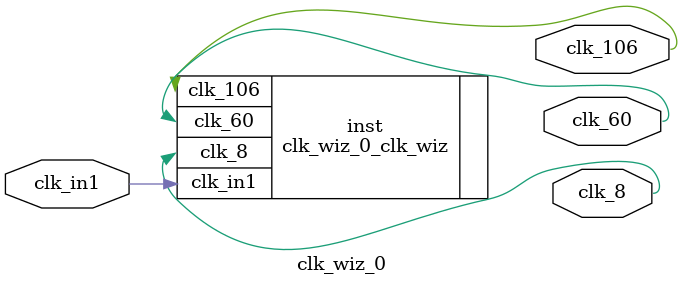
<source format=v>


`timescale 1ps/1ps

(* CORE_GENERATION_INFO = "clk_wiz_0,clk_wiz_v6_0_3_0_0,{component_name=clk_wiz_0,use_phase_alignment=true,use_min_o_jitter=false,use_max_i_jitter=false,use_dyn_phase_shift=false,use_inclk_switchover=false,use_dyn_reconfig=false,enable_axi=0,feedback_source=FDBK_AUTO,PRIMITIVE=MMCM,num_out_clk=3,clkin1_period=10.000,clkin2_period=10.000,use_power_down=false,use_reset=false,use_locked=false,use_inclk_stopped=false,feedback_type=SINGLE,CLOCK_MGR_TYPE=NA,manual_override=false}" *)

module clk_wiz_0 
 (
  // Clock out ports
  output        clk_106,
  output        clk_60,
  output        clk_8,
 // Clock in ports
  input         clk_in1
 );

  clk_wiz_0_clk_wiz inst
  (
  // Clock out ports  
  .clk_106(clk_106),
  .clk_60(clk_60),
  .clk_8(clk_8),
 // Clock in ports
  .clk_in1(clk_in1)
  );

endmodule

</source>
